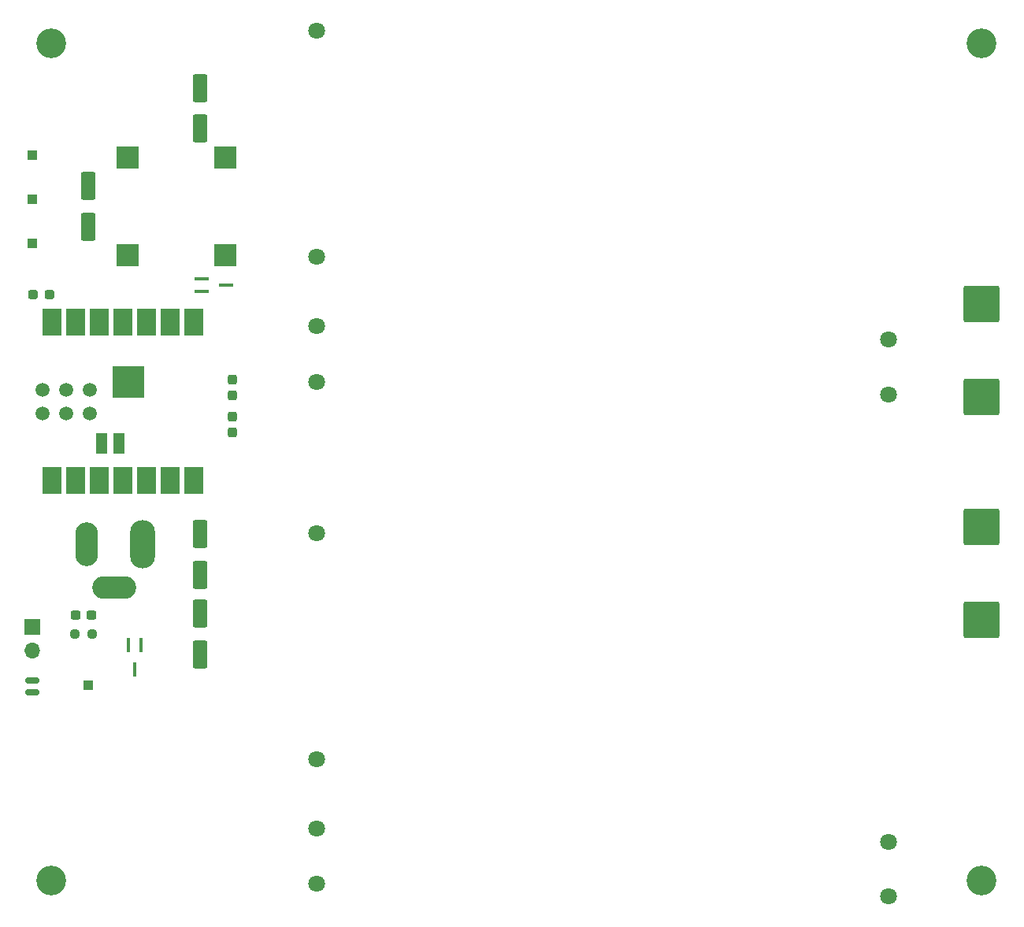
<source format=gts>
G04 #@! TF.GenerationSoftware,KiCad,Pcbnew,7.0.7*
G04 #@! TF.CreationDate,2024-01-03T18:51:49-05:00*
G04 #@! TF.ProjectId,sunlight_pcb,73756e6c-6967-4687-945f-7063622e6b69,rev?*
G04 #@! TF.SameCoordinates,Original*
G04 #@! TF.FileFunction,Soldermask,Top*
G04 #@! TF.FilePolarity,Negative*
%FSLAX46Y46*%
G04 Gerber Fmt 4.6, Leading zero omitted, Abs format (unit mm)*
G04 Created by KiCad (PCBNEW 7.0.7) date 2024-01-03 18:51:49*
%MOMM*%
%LPD*%
G01*
G04 APERTURE LIST*
G04 Aperture macros list*
%AMRoundRect*
0 Rectangle with rounded corners*
0 $1 Rounding radius*
0 $2 $3 $4 $5 $6 $7 $8 $9 X,Y pos of 4 corners*
0 Add a 4 corners polygon primitive as box body*
4,1,4,$2,$3,$4,$5,$6,$7,$8,$9,$2,$3,0*
0 Add four circle primitives for the rounded corners*
1,1,$1+$1,$2,$3*
1,1,$1+$1,$4,$5*
1,1,$1+$1,$6,$7*
1,1,$1+$1,$8,$9*
0 Add four rect primitives between the rounded corners*
20,1,$1+$1,$2,$3,$4,$5,0*
20,1,$1+$1,$4,$5,$6,$7,0*
20,1,$1+$1,$6,$7,$8,$9,0*
20,1,$1+$1,$8,$9,$2,$3,0*%
G04 Aperture macros list end*
%ADD10C,3.200000*%
%ADD11RoundRect,0.250002X-1.699998X-1.699998X1.699998X-1.699998X1.699998X1.699998X-1.699998X1.699998X0*%
%ADD12RoundRect,0.250002X1.699998X1.699998X-1.699998X1.699998X-1.699998X-1.699998X1.699998X-1.699998X0*%
%ADD13RoundRect,0.150000X-0.600000X-0.150000X0.600000X-0.150000X0.600000X0.150000X-0.600000X0.150000X0*%
%ADD14RoundRect,0.250000X-0.550000X1.250000X-0.550000X-1.250000X0.550000X-1.250000X0.550000X1.250000X0*%
%ADD15C,1.803400*%
%ADD16O,1.700000X1.700000*%
%ADD17R,1.700000X1.700000*%
%ADD18RoundRect,0.237500X-0.237500X0.287500X-0.237500X-0.287500X0.237500X-0.287500X0.237500X0.287500X0*%
%ADD19RoundRect,0.237500X0.250000X0.237500X-0.250000X0.237500X-0.250000X-0.237500X0.250000X-0.237500X0*%
%ADD20R,1.000000X1.000000*%
%ADD21RoundRect,0.237500X0.237500X-0.287500X0.237500X0.287500X-0.237500X0.287500X-0.237500X-0.287500X0*%
%ADD22RoundRect,0.237500X0.287500X0.237500X-0.287500X0.237500X-0.287500X-0.237500X0.287500X-0.237500X0*%
%ADD23O,4.704000X2.454000*%
%ADD24O,2.454000X4.704000*%
%ADD25O,2.704000X5.204000*%
%ADD26R,2.489200X2.489200*%
%ADD27RoundRect,0.237500X-0.300000X-0.237500X0.300000X-0.237500X0.300000X0.237500X-0.300000X0.237500X0*%
%ADD28R,0.450000X1.500000*%
%ADD29R,1.500000X0.450000*%
%ADD30R,3.500000X3.500000*%
%ADD31R,1.300000X2.300000*%
%ADD32C,1.500000*%
%ADD33R,2.000000X3.000000*%
G04 APERTURE END LIST*
D10*
X86500000Y-45000000D03*
X86500000Y-135000000D03*
X186500000Y-135000000D03*
X186500000Y-45000000D03*
D11*
X186500000Y-107000000D03*
X186500000Y-97000000D03*
D12*
X186500000Y-83000000D03*
X186500000Y-73000000D03*
D13*
X84500000Y-114770000D03*
X84500000Y-113500000D03*
D14*
X90500000Y-60300000D03*
X90500000Y-64700000D03*
D15*
X176499997Y-130835101D03*
X176499997Y-136735101D03*
X115099997Y-135385101D03*
X115099997Y-129385101D03*
X115099997Y-121935100D03*
X115099997Y-97635101D03*
D14*
X102500000Y-97800000D03*
X102500000Y-102200000D03*
D16*
X84500000Y-110265000D03*
D17*
X84500000Y-107725000D03*
D18*
X106000000Y-86875000D03*
X106000000Y-85125000D03*
D19*
X90912500Y-108500000D03*
X89087500Y-108500000D03*
D20*
X84500000Y-61750000D03*
D21*
X106000000Y-81125000D03*
X106000000Y-82875000D03*
D14*
X102500000Y-106300000D03*
X102500000Y-110700000D03*
D22*
X86375000Y-72000000D03*
X84625000Y-72000000D03*
D23*
X93312500Y-103525000D03*
D24*
X90312500Y-98825000D03*
D25*
X96312500Y-98825000D03*
D20*
X84500000Y-66500000D03*
X84500000Y-57000000D03*
D15*
X176499997Y-76835101D03*
X176499997Y-82735101D03*
X115099997Y-81385101D03*
X115099997Y-75385101D03*
X115099997Y-67935100D03*
X115099997Y-43635101D03*
D14*
X102500000Y-54200000D03*
X102500000Y-49800000D03*
D26*
X105250000Y-67750000D03*
X105250000Y-57250000D03*
X94750000Y-57250000D03*
X94750000Y-67750000D03*
D20*
X90500000Y-114000000D03*
D27*
X90862500Y-106500000D03*
X89137500Y-106500000D03*
D28*
X95500000Y-112330000D03*
X94850000Y-109670000D03*
X96150000Y-109670000D03*
D29*
X105330000Y-71000000D03*
X102670000Y-71650000D03*
X102670000Y-70350000D03*
D30*
X94812015Y-81400000D03*
D31*
X93812015Y-88000000D03*
X91912015Y-88000000D03*
D32*
X90712015Y-82230000D03*
X90712015Y-84770000D03*
X88172015Y-82230000D03*
X88172015Y-84770000D03*
X85632015Y-82230000D03*
X85632015Y-84770000D03*
D33*
X86592015Y-75000000D03*
X89132015Y-75000000D03*
X91672015Y-75000000D03*
X94212015Y-75000000D03*
X96752015Y-75000000D03*
X99292015Y-75000000D03*
X101832015Y-75000000D03*
X101832015Y-92000000D03*
X99292015Y-92000000D03*
X96752015Y-92000000D03*
X94212015Y-92000000D03*
X91672015Y-92000000D03*
X89132015Y-92000000D03*
X86592015Y-92000000D03*
M02*

</source>
